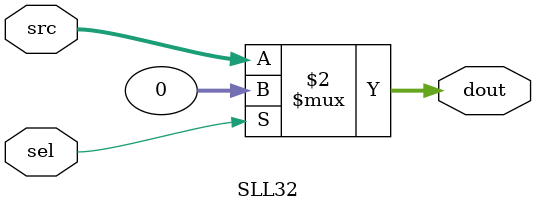
<source format=v>
module SLL32( sel, src, dout ) ;

 input sel ;
 input[31:0] src ;
 output[31:0] dout ;
 
 wire[31:0] out ;

 assign dout = (sel == 1'b1) ? 32'b0 : src ;
 
endmodule
</source>
